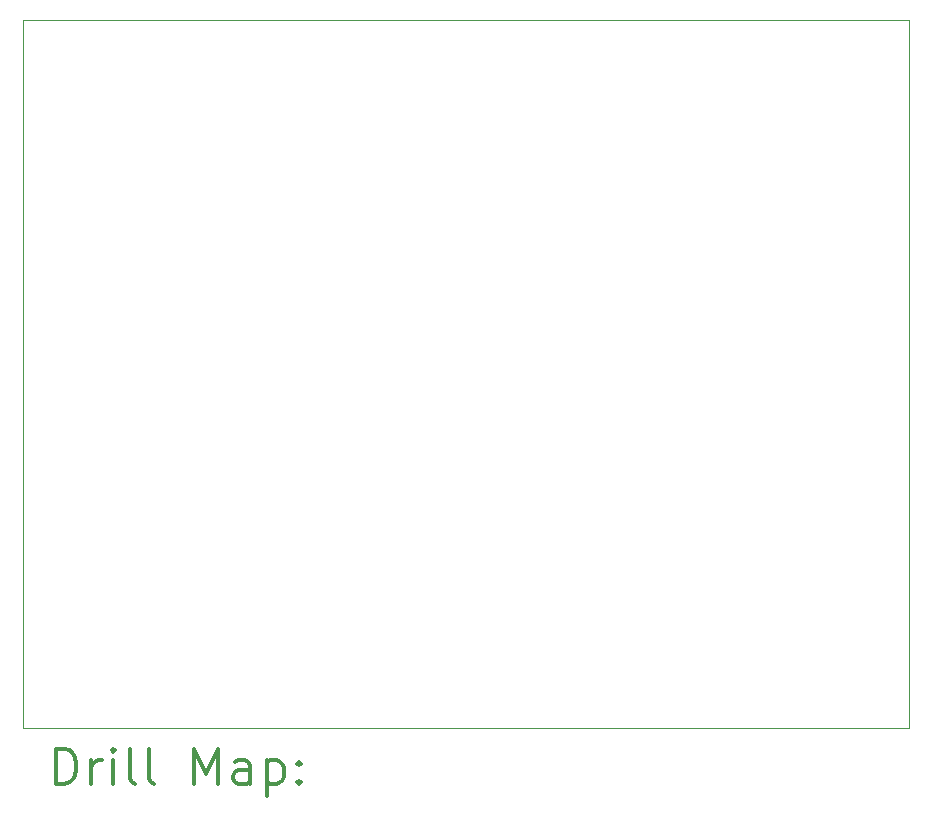
<source format=gbr>
%FSLAX45Y45*%
G04 Gerber Fmt 4.5, Leading zero omitted, Abs format (unit mm)*
G04 Created by KiCad (PCBNEW 5.1.6-c6e7f7d~87~ubuntu19.10.1) date 2020-11-03 03:18:18*
%MOMM*%
%LPD*%
G01*
G04 APERTURE LIST*
%TA.AperFunction,Profile*%
%ADD10C,0.100000*%
%TD*%
%ADD11C,0.200000*%
%ADD12C,0.300000*%
G04 APERTURE END LIST*
D10*
X12500000Y-16000000D02*
X12500000Y-10000000D01*
X5000000Y-16000000D02*
X12500000Y-16000000D01*
X5000000Y-10000000D02*
X5000000Y-16000000D01*
X5000000Y-10000000D02*
X12500000Y-10000000D01*
D11*
D12*
X5281428Y-16470714D02*
X5281428Y-16170714D01*
X5352857Y-16170714D01*
X5395714Y-16185000D01*
X5424286Y-16213571D01*
X5438571Y-16242143D01*
X5452857Y-16299286D01*
X5452857Y-16342143D01*
X5438571Y-16399286D01*
X5424286Y-16427857D01*
X5395714Y-16456429D01*
X5352857Y-16470714D01*
X5281428Y-16470714D01*
X5581428Y-16470714D02*
X5581428Y-16270714D01*
X5581428Y-16327857D02*
X5595714Y-16299286D01*
X5610000Y-16285000D01*
X5638571Y-16270714D01*
X5667143Y-16270714D01*
X5767143Y-16470714D02*
X5767143Y-16270714D01*
X5767143Y-16170714D02*
X5752857Y-16185000D01*
X5767143Y-16199286D01*
X5781428Y-16185000D01*
X5767143Y-16170714D01*
X5767143Y-16199286D01*
X5952857Y-16470714D02*
X5924286Y-16456429D01*
X5910000Y-16427857D01*
X5910000Y-16170714D01*
X6110000Y-16470714D02*
X6081428Y-16456429D01*
X6067143Y-16427857D01*
X6067143Y-16170714D01*
X6452857Y-16470714D02*
X6452857Y-16170714D01*
X6552857Y-16385000D01*
X6652857Y-16170714D01*
X6652857Y-16470714D01*
X6924286Y-16470714D02*
X6924286Y-16313571D01*
X6910000Y-16285000D01*
X6881428Y-16270714D01*
X6824286Y-16270714D01*
X6795714Y-16285000D01*
X6924286Y-16456429D02*
X6895714Y-16470714D01*
X6824286Y-16470714D01*
X6795714Y-16456429D01*
X6781428Y-16427857D01*
X6781428Y-16399286D01*
X6795714Y-16370714D01*
X6824286Y-16356429D01*
X6895714Y-16356429D01*
X6924286Y-16342143D01*
X7067143Y-16270714D02*
X7067143Y-16570714D01*
X7067143Y-16285000D02*
X7095714Y-16270714D01*
X7152857Y-16270714D01*
X7181428Y-16285000D01*
X7195714Y-16299286D01*
X7210000Y-16327857D01*
X7210000Y-16413571D01*
X7195714Y-16442143D01*
X7181428Y-16456429D01*
X7152857Y-16470714D01*
X7095714Y-16470714D01*
X7067143Y-16456429D01*
X7338571Y-16442143D02*
X7352857Y-16456429D01*
X7338571Y-16470714D01*
X7324286Y-16456429D01*
X7338571Y-16442143D01*
X7338571Y-16470714D01*
X7338571Y-16285000D02*
X7352857Y-16299286D01*
X7338571Y-16313571D01*
X7324286Y-16299286D01*
X7338571Y-16285000D01*
X7338571Y-16313571D01*
M02*

</source>
